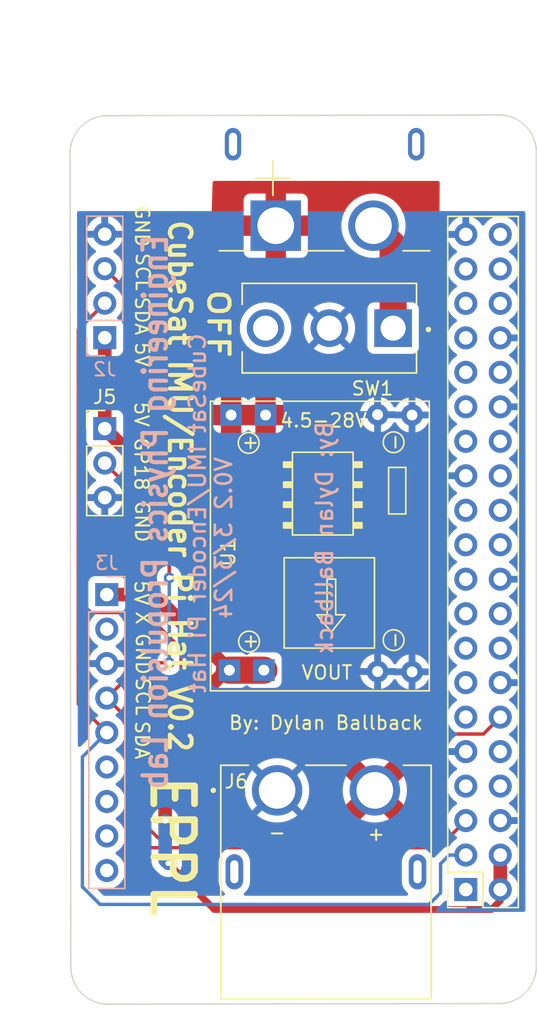
<source format=kicad_pcb>
(kicad_pcb (version 20211014) (generator pcbnew)
  (layers (0 "F.Cu" signal) (31 "B.Cu" signal) (34 "B.Paste" user) (35 "F.Paste" user) (36 "B.SilkS" user "B.Silkscreen") (37 "F.SilkS" user "F.Silkscreen") (38 "B.Mask" user) (39 "F.Mask" user) (44 "Edge.Cuts" user))
  (net 0 "")
  (net 2 "/SDA")
  (net 3 "/SCL")
  (net 4 "GND")
  (net 9 "/led")
  (net 32 "+BATT")
  (net 33 "+5V")
  (net 39 "Net-(J4-Pad2)")
  (footprint "dylan:SRT_MPT1584EN_Module" (layer "F.Cu") (at 104.3215 94.258 -90)
    (fp_text reference "U1" (at 0 7.3152 90) (layer "F.SilkS"))
    (fp_text value "MP1584EN")
    (fp_text user "VOUT" (at 8.8138 0.0508) (layer "F.SilkS"))
    (fp_text user "-" (at -8.1534 -4.9276 90) (layer "F.SilkS"))
    (fp_text user "-" (at 6.4262 -4.9276 90) (layer "F.SilkS"))
    (fp_text user "4.5-28V" (at -9.7536 0.3048) (layer "F.SilkS"))
    (fp_text user "+" (at -8.1026 5.7531 90) (layer "F.SilkS"))
    (fp_text user "+" (at 6.5278 5.7277 90) (layer "F.SilkS"))
    (fp_line (start 5.8293 -0.2794) (end 4.5593 0.8001) (layer "F.SilkS") (width 0.12))
    (fp_line (start 0.3556 -3.4544) (end 0.3556 3.2004) (layer "F.SilkS") (width 0.12))
    (fp_line (start -6.2992 -5.7658) (end -2.8702 -5.7658) (layer "F.SilkS") (width 0.12))
    (fp_line (start 10.16 -7.493) (end -11.176 -7.493) (layer "F.SilkS") (width 0.12))
    (fp_line (start -7.4168 2.5908) (end -7.4168 -1.8796) (layer "F.SilkS") (width 0.12))
    (fp_line (start 0.3556 -3.4544) (end 7.0104 -3.4544) (layer "F.SilkS") (width 0.12))
    (fp_line (start 1.9304 -0.5969) (end 4.5593 -0.5969) (layer "F.SilkS") (width 0.12))
    (fp_line (start 4.5593 -1.2954) (end 5.8293 -0.2794) (layer "F.SilkS") (width 0.12))
    (fp_line (start 1.9304 0.0381) (end 1.9304 -0.5969) (layer "F.SilkS") (width 0.12))
    (fp_line (start -11.176 8.636) (end 10.16 8.636) (layer "F.SilkS") (width 0.12))
    (fp_line (start 4.5593 -0.5969) (end 4.5593 -1.2954) (layer "F.SilkS") (width 0.12))
    (fp_line (start 1.9304 0.0381) (end 4.5593 0.0381) (layer "F.SilkS") (width 0.12))
    (fp_line (start 7.0104 -3.4544) (end 7.0104 3.2004) (layer "F.SilkS") (width 0.12))
    (fp_line (start -11.176 -7.493) (end -11.176 8.636) (layer "F.SilkS") (width 0.12))
    (fp_line (start 7.0104 3.2004) (end 0.3556 3.2004) (layer "F.SilkS") (width 0.12))
    (fp_line (start -6.2992 -4.4958) (end -6.2992 -5.7658) (layer "F.SilkS") (width 0.12))
    (fp_line (start 4.5593 0.8001) (end 4.5593 0.0381) (layer "F.SilkS") (width 0.12))
    (fp_line (start -2.8702 -4.4958) (end -6.2992 -4.4958) (layer "F.SilkS") (width 0.12))
    (fp_line (start -1.3208 2.5908) (end -1.3208 -1.8796) (layer "F.SilkS") (width 0.12))
    (fp_line (start -1.3208 2.5908) (end -7.4168 2.5908) (layer "F.SilkS") (width 0.12))
    (fp_line (start -2.8702 -5.7658) (end -2.8702 -4.4958) (layer "F.SilkS") (width 0.12))
    (fp_line (start 10.16 8.636) (end 10.16 -7.493) (layer "F.SilkS") (width 0.12))
    (fp_line (start -7.4168 -1.8796) (end -1.3208 -1.8796) (layer "F.SilkS") (width 0.12))
    (fp_circle (center -8.1534 -4.8641) (end -7.5819 -4.3561) (layer "F.SilkS") (width 0.12) (fill none))
    (fp_circle (center 6.5278 5.7912) (end 7.0993 6.2992) (layer "F.SilkS") (width 0.12) (fill none))
    (fp_circle (center -8.1026 5.8166) (end -7.5311 6.3246) (layer "F.SilkS") (width 0.12) (fill none))
    (fp_circle (center 6.4262 -4.8641) (end 6.9977 -4.3561) (layer "F.SilkS") (width 0.12) (fill none))
    (fp_poly (pts (xy -6.7056 2.6416) (xy -6.2992 2.6416) (xy -6.2992 3.2512) (xy -6.7056 3.2512)) (layer "F.SilkS") (width 0.1) (fill solid))
    (fp_poly (pts (xy -2.2352 2.6416) (xy -1.8288 2.6416) (xy -1.8288 3.2512) (xy -2.2352 3.2512)) (layer "F.SilkS") (width 0.1) (fill solid))
    (fp_poly (pts (xy -5.2324 2.6416) (xy -4.826 2.6416) (xy -4.826 3.2512) (xy -5.2324 3.2512)) (layer "F.SilkS") (width 0.1) (fill solid))
    (fp_poly (pts (xy -3.7592 2.6416) (xy -3.3528 2.6416) (xy -3.3528 3.2512) (xy -3.7592 3.2512)) (layer "F.SilkS") (width 0.1) (fill solid))
    (fp_poly (pts (xy -3.7592 -2.54) (xy -3.3528 -2.54) (xy -3.3528 -1.9304) (xy -3.7592 -1.9304)) (layer "F.SilkS") (width 0.1) (fill solid))
    (fp_poly (pts (xy -6.7056 -2.54) (xy -6.2992 -2.54) (xy -6.2992 -1.9304) (xy -6.7056 -1.9304)) (layer "F.SilkS") (width 0.1) (fill solid))
    (fp_poly (pts (xy -2.2352 -2.54) (xy -1.8288 -2.54) (xy -1.8288 -1.9304) (xy -2.2352 -1.9304)) (layer "F.SilkS") (width 0.1) (fill solid))
    (fp_poly (pts (xy -5.2324 -2.54) (xy -4.826 -2.54) (xy -4.826 -1.9304) (xy -5.2324 -1.9304)) (layer "F.SilkS") (width 0.1) (fill solid))
    (pad "1" thru_hole rect (at -10.16 7.112) (size 1.6 1.6) (drill 0.8) (layers *.Cu *.Mask) (net 32 "+BATT"))
    (pad "1" thru_hole rect (at -10.16 4.572) (size 1.6 1.6) (drill 0.8) (layers *.Cu *.Mask) (net 32 "+BATT"))
    (pad "2" thru_hole oval (at -10.1854 -3.683) (size 1.6 1.6) (drill 0.8) (layers *.Cu *.Mask) (net 4 "GND"))
    (pad "2" thru_hole oval (at -10.16 -6.223) (size 1.6 1.6) (drill 0.8) (layers *.Cu *.Mask) (net 4 "GND"))
    (pad "3" thru_hole rect (at 8.636 7.239) (size 1.6 1.6) (drill 0.8) (layers *.Cu *.Mask) (net 33 "+5V"))
    (pad "3" thru_hole rect (at 8.636 4.699) (size 1.6 1.6) (drill 0.8) (layers *.Cu *.Mask) (net 33 "+5V"))
    (pad "4" thru_hole oval (at 8.763 -6.223) (size 1.6 1.6) (drill 0.8) (layers *.Cu *.Mask) (net 4 "GND"))
    (pad "4" thru_hole oval (at 8.7376 -3.683) (size 1.6 1.6) (drill 0.8) (layers *.Cu *.Mask) (net 4 "GND"))
  )
  (footprint "dylan:AMASS_XT60PW-M" (layer "F.Cu") (at 104.1 64.15)
    (fp_text reference "J4" hide)
    (fp_text value "XT60PW-M" hide)
    (fp_line (start -7.75 7.85) (end -5.778 7.85) (layer "F.SilkS") (width 0.127))
    (fp_line (start -1.422 7.85) (end 1.422 7.85) (layer "F.SilkS") (width 0.127))
    (fp_line (start -2.54 2.5) (end -3.81 2.5) (layer "F.SilkS") (width 0.127))
    (fp_line (start 7.75 7.85) (end 5.778 7.85) (layer "F.SilkS") (width 0.127))
    (fp_line (start -5.08 2.5) (end -3.81 2.5) (layer "F.SilkS") (width 0.127))
    (fp_line (start -3.81 2.5) (end -3.81 1.23) (layer "F.SilkS") (width 0.127))
    (fp_line (start -3.81 2.5) (end -3.81 3.77) (layer "F.SilkS") (width 0.127))
    (pad "1" thru_hole rect (at -3.6 6) (size 3.716 3.716) (drill 2.7) (layers *.Cu *.Mask) (net 32 "+BATT"))
    (pad "2" thru_hole circle (at 3.6 6) (size 3.716 3.716) (drill 2.7) (layers *.Cu *.Mask) (net 39 "Net-(J4-Pad2)"))
    (pad "S1" thru_hole oval (at -6.75 0) (size 1.2 2.4) (drill oval 0.6 1.7) (layers *.Cu *.Mask))
    (pad "S2" thru_hole oval (at 6.75 0) (size 1.2 2.4) (drill oval 0.6 1.7) (layers *.Cu *.Mask))
  )
  (footprint "dylan:AMASS_XT60PW-F" (layer "F.Cu") (at 104.2 111.75)
    (fp_text reference "J6" (at -6.6 -0.65) (layer "F.SilkS"))
    (fp_text value "XT60PW-F")
    (fp_text user "+" (at 3.7 3.2 unlocked) (layer "F.SilkS"))
    (fp_text user "-" (at -3.6 3.1 unlocked) (layer "F.SilkS"))
    (fp_line (start 7.75 15.35) (end -7.75 15.35) (layer "F.SilkS") (width 0.127))
    (fp_line (start -7.75 15.35) (end -7.75 -1.85) (layer "F.SilkS") (width 0.127))
    (fp_line (start 5.71 -1.85) (end 7.75 -1.85) (layer "F.SilkS") (width 0.127))
    (fp_line (start 7.75 -1.85) (end 7.75 15.35) (layer "F.SilkS") (width 0.127))
    (fp_line (start -1.49 -1.85) (end 1.49 -1.85) (layer "F.SilkS") (width 0.127))
    (fp_line (start -7.75 -1.85) (end -5.71 -1.85) (layer "F.SilkS") (width 0.127))
    (fp_circle (center -8.3 0) (end -8.2 0) (layer "F.SilkS") (width 0.2) (fill none))
    (pad "1" thru_hole circle (at -3.6 0) (size 3.716 3.716) (drill 2.7) (layers *.Cu *.Mask) (net 4 "GND"))
    (pad "2" thru_hole circle (at 3.6 0) (size 3.716 3.716) (drill 2.7) (layers *.Cu *.Mask) (net 32 "+BATT"))
    (pad "S1" thru_hole oval (at -6.75 6) (size 1.3 2.6) (drill oval 0.6 1.7) (layers *.Cu *.Mask))
    (pad "S2" thru_hole oval (at 6.75 6) (size 1.3 2.6) (drill oval 0.6 1.7) (layers *.Cu *.Mask))
  )
  (footprint "dylan:SW_500SSP1S2M2QEA" (layer "F.Cu") (at 104.45 77.7 180)
    (fp_text reference "SW1" (at -3.175 -4.445) (layer "F.SilkS"))
    (fp_text value "SW_DPDT_x2")
    (fp_line (start -6.425 3.3) (end -6.425 1.75) (layer "F.SilkS") (width 0.127))
    (fp_line (start -6.425 -3.3) (end 6.425 -3.3) (layer "F.SilkS") (width 0.127))
    (fp_line (start 6.425 1.75) (end 6.425 3.3) (layer "F.SilkS") (width 0.127))
    (fp_line (start 6.425 3.3) (end -6.425 3.3) (layer "F.SilkS") (width 0.127))
    (fp_line (start -6.425 -1.75) (end -6.425 -3.3) (layer "F.SilkS") (width 0.127))
    (fp_line (start 6.425 -3.3) (end 6.425 -1.75) (layer "F.SilkS") (width 0.127))
    (fp_circle (center -7.3 -0.1) (end -7.2 -0.1) (layer "F.SilkS") (width 0.2) (fill none))
    (pad "1" thru_hole rect (at -4.7 0 180) (size 2.775 2.775) (drill 1.85) (layers *.Cu *.Mask) (net 39 "Net-(J4-Pad2)"))
    (pad "2" thru_hole circle (at 0 0 180) (size 2.775 2.775) (drill 1.85) (layers *.Cu *.Mask) (net 4 "GND"))
    (pad "3" thru_hole circle (at 4.7 0 180) (size 2.775 2.775) (drill 1.85) (layers *.Cu *.Mask))
  )
  (footprint "Connector_PinHeader_2.54mm:PinHeader_1x03_P2.54mm_Vertical" (layer "F.Cu") (at 87.9 85.1)
    (fp_text reference "J5" (at 0 -2.33) (layer "F.SilkS"))
    (fp_text value "Conn_01x03_Female")
    (fp_line (start -1.33 1.27) (end 1.33 1.27) (layer "F.SilkS") (width 0.12))
    (fp_line (start -1.33 -1.33) (end 0 -1.33) (layer "F.SilkS") (width 0.12))
    (fp_line (start -1.33 6.41) (end 1.33 6.41) (layer "F.SilkS") (width 0.12))
    (fp_line (start -1.33 1.27) (end -1.33 6.41) (layer "F.SilkS") (width 0.12))
    (fp_line (start 1.33 1.27) (end 1.33 6.41) (layer "F.SilkS") (width 0.12))
    (fp_line (start -1.33 0) (end -1.33 -1.33) (layer "F.SilkS") (width 0.12))
    (pad "1" thru_hole rect (at 0 0) (size 1.7 1.7) (drill 1) (layers *.Cu *.Mask) (net 33 "+5V"))
    (pad "2" thru_hole oval (at 0 2.54) (size 1.7 1.7) (drill 1) (layers *.Cu *.Mask) (net 9 "/led"))
    (pad "3" thru_hole oval (at 0 5.08) (size 1.7 1.7) (drill 1) (layers *.Cu *.Mask) (net 4 "GND"))
  )
  (footprint "Module:Raspberry_Pi_Zero_Socketed_THT_FaceDown_MountingHoles" (layer "F.Cu") (at 114.505 119.055 180)
    (fp_text reference "J1" hide)
    (fp_text value "Raspberry_Pi_2_3")
    (fp_line (start -1.27 1.27) (end 1.33 1.27) (layer "F.SilkS") (width 0.12))
    (fp_line (start -1.27 -1.33) (end -1.27 1.27) (layer "F.SilkS") (width 0.12))
    (fp_line (start 1.33 1.27) (end 1.33 49.59) (layer "F.SilkS") (width 0.12))
    (fp_line (start -3.87 -1.33) (end -3.87 49.59) (layer "F.SilkS") (width 0.12))
    (fp_line (start 0 -1.33) (end 1.33 -1.33) (layer "F.SilkS") (width 0.12))
    (fp_line (start -3.87 -1.33) (end -1.27 -1.33) (layer "F.SilkS") (width 0.12))
    (fp_line (start -3.87 49.59) (end 1.33 49.59) (layer "F.SilkS") (width 0.12))
    (fp_line (start 1.33 -1.33) (end 1.33 0) (layer "F.SilkS") (width 0.12))
    (pad "" np_thru_hole circle locked (at 21.73 53.13 270) (size 2.75 2.75) (drill 2.75) (layers *.Cu *.Mask))
    (pad "" np_thru_hole circle locked (at -1.27 53.13 270) (size 2.75 2.75) (drill 2.75) (layers *.Cu *.Mask))
    (pad "" np_thru_hole circle locked (at 21.73 -4.87 270) (size 2.75 2.75) (drill 2.75) (layers *.Cu *.Mask))
    (pad "" np_thru_hole circle locked (at -1.27 -4.87 270) (size 2.75 2.75) (drill 2.75) (layers *.Cu *.Mask))
    (pad "1" thru_hole rect locked (at 0 0 180) (size 1.7 1.7) (drill 1) (layers *.Cu *.Mask))
    (pad "2" thru_hole oval locked (at -2.54 0 180) (size 1.7 1.7) (drill 1) (layers *.Cu *.Mask) (net 33 "+5V"))
    (pad "3" thru_hole oval locked (at 0 2.54 180) (size 1.7 1.7) (drill 1) (layers *.Cu *.Mask) (net 2 "/SDA"))
    (pad "4" thru_hole oval locked (at -2.54 2.54 180) (size 1.7 1.7) (drill 1) (layers *.Cu *.Mask) (net 33 "+5V"))
    (pad "5" thru_hole oval locked (at 0 5.08 180) (size 1.7 1.7) (drill 1) (layers *.Cu *.Mask) (net 3 "/SCL"))
    (pad "6" thru_hole oval locked (at -2.54 5.08 180) (size 1.7 1.7) (drill 1) (layers *.Cu *.Mask) (net 4 "GND"))
    (pad "7" thru_hole oval locked (at 0 7.62 180) (size 1.7 1.7) (drill 1) (layers *.Cu *.Mask))
    (pad "8" thru_hole oval locked (at -2.54 7.62 180) (size 1.7 1.7) (drill 1) (layers *.Cu *.Mask))
    (pad "9" thru_hole oval locked (at 0 10.16 180) (size 1.7 1.7) (drill 1) (layers *.Cu *.Mask) (net 4 "GND"))
    (pad "10" thru_hole oval locked (at -2.54 10.16 180) (size 1.7 1.7) (drill 1) (layers *.Cu *.Mask))
    (pad "11" thru_hole oval locked (at 0 12.7 180) (size 1.7 1.7) (drill 1) (layers *.Cu *.Mask))
    (pad "12" thru_hole oval locked (at -2.54 12.7 180) (size 1.7 1.7) (drill 1) (layers *.Cu *.Mask) (net 9 "/led"))
    (pad "13" thru_hole oval locked (at 0 15.24 180) (size 1.7 1.7) (drill 1) (layers *.Cu *.Mask))
    (pad "14" thru_hole oval locked (at -2.54 15.24 180) (size 1.7 1.7) (drill 1) (layers *.Cu *.Mask) (net 4 "GND"))
    (pad "15" thru_hole oval locked (at 0 17.78 180) (size 1.7 1.7) (drill 1) (layers *.Cu *.Mask))
    (pad "16" thru_hole oval locked (at -2.54 17.78 180) (size 1.7 1.7) (drill 1) (layers *.Cu *.Mask))
    (pad "17" thru_hole oval locked (at 0 20.32 180) (size 1.7 1.7) (drill 1) (layers *.Cu *.Mask))
    (pad "18" thru_hole oval locked (at -2.54 20.32 180) (size 1.7 1.7) (drill 1) (layers *.Cu *.Mask))
    (pad "19" thru_hole oval locked (at 0 22.86 180) (size 1.7 1.7) (drill 1) (layers *.Cu *.Mask))
    (pad "20" thru_hole oval locked (at -2.54 22.86 180) (size 1.7 1.7) (drill 1) (layers *.Cu *.Mask) (net 4 "GND"))
    (pad "21" thru_hole oval locked (at 0 25.4 180) (size 1.7 1.7) (drill 1) (layers *.Cu *.Mask))
    (pad "22" thru_hole oval locked (at -2.54 25.4 180) (size 1.7 1.7) (drill 1) (layers *.Cu *.Mask))
    (pad "23" thru_hole oval locked (at 0 27.94 180) (size 1.7 1.7) (drill 1) (layers *.Cu *.Mask))
    (pad "24" thru_hole oval locked (at -2.54 27.94 180) (size 1.7 1.7) (drill 1) (layers *.Cu *.Mask))
    (pad "25" thru_hole oval locked (at 0 30.48 180) (size 1.7 1.7) (drill 1) (layers *.Cu *.Mask) (net 4 "GND"))
    (pad "26" thru_hole oval locked (at -2.54 30.48 180) (size 1.7 1.7) (drill 1) (layers *.Cu *.Mask))
    (pad "27" thru_hole oval locked (at 0 33.02 180) (size 1.7 1.7) (drill 1) (layers *.Cu *.Mask))
    (pad "28" thru_hole oval locked (at -2.54 33.02 180) (size 1.7 1.7) (drill 1) (layers *.Cu *.Mask))
    (pad "29" thru_hole oval locked (at 0 35.56 180) (size 1.7 1.7) (drill 1) (layers *.Cu *.Mask))
    (pad "30" thru_hole oval locked (at -2.54 35.56 180) (size 1.7 1.7) (drill 1) (layers *.Cu *.Mask) (net 4 "GND"))
    (pad "31" thru_hole oval locked (at 0 38.1 180) (size 1.7 1.7) (drill 1) (layers *.Cu *.Mask))
    (pad "32" thru_hole oval locked (at -2.54 38.1 180) (size 1.7 1.7) (drill 1) (layers *.Cu *.Mask))
    (pad "33" thru_hole oval locked (at 0 40.64 180) (size 1.7 1.7) (drill 1) (layers *.Cu *.Mask))
    (pad "34" thru_hole oval locked (at -2.54 40.64 180) (size 1.7 1.7) (drill 1) (layers *.Cu *.Mask) (net 4 "GND"))
    (pad "35" thru_hole oval locked (at 0 43.18 180) (size 1.7 1.7) (drill 1) (layers *.Cu *.Mask))
    (pad "36" thru_hole oval locked (at -2.54 43.18 180) (size 1.7 1.7) (drill 1) (layers *.Cu *.Mask))
    (pad "37" thru_hole oval locked (at 0 45.72 180) (size 1.7 1.7) (drill 1) (layers *.Cu *.Mask))
    (pad "38" thru_hole oval locked (at -2.54 45.72 180) (size 1.7 1.7) (drill 1) (layers *.Cu *.Mask))
    (pad "39" thru_hole oval locked (at 0 48.26 180) (size 1.7 1.7) (drill 1) (layers *.Cu *.Mask) (net 4 "GND"))
    (pad "40" thru_hole oval locked (at -2.54 48.26 180) (size 1.7 1.7) (drill 1) (layers *.Cu *.Mask))
  )
  (footprint "Connector_PinHeader_2.54mm:PinHeader_1x04_P2.54mm_Vertical" (layer "B.Cu") (at 87.9 78.4)
    (fp_text reference "J2" (at 0 2.33) (layer "B.SilkS") (effects (justify mirror)))
    (fp_text value "Encoder Connector")
    (fp_line (start -1.33 -1.27) (end -1.33 -8.95) (layer "B.SilkS") (width 0.12))
    (fp_line (start -1.33 -1.27) (end 1.33 -1.27) (layer "B.SilkS") (width 0.12))
    (fp_line (start -1.33 1.33) (end 0 1.33) (layer "B.SilkS") (width 0.12))
    (fp_line (start -1.33 0) (end -1.33 1.33) (layer "B.SilkS") (width 0.12))
    (fp_line (start 1.33 -1.27) (end 1.33 -8.95) (layer "B.SilkS") (width 0.12))
    (fp_line (start -1.33 -8.95) (end 1.33 -8.95) (layer "B.SilkS") (width 0.12))
    (pad "1" thru_hole rect (at 0 0) (size 1.7 1.7) (drill 1) (layers *.Cu *.Mask) (net 33 "+5V"))
    (pad "2" thru_hole oval (at 0 -2.54) (size 1.7 1.7) (drill 1) (layers *.Cu *.Mask) (net 2 "/SDA"))
    (pad "3" thru_hole oval (at 0 -5.08) (size 1.7 1.7) (drill 1) (layers *.Cu *.Mask) (net 3 "/SCL"))
    (pad "4" thru_hole oval (at 0 -7.62) (size 1.7 1.7) (drill 1) (layers *.Cu *.Mask) (net 4 "GND"))
  )
  (footprint "Connector_PinHeader_2.54mm:PinHeader_1x09_P2.54mm_Vertical" (layer "B.Cu") (at 88.05 97.33 180)
    (fp_text reference "J3" (at 0 2.33) (layer "B.SilkS") (effects (justify mirror)))
    (fp_text value "LSM9DS1")
    (fp_line (start -1.33 -21.65) (end 1.33 -21.65) (layer "B.SilkS") (width 0.12))
    (fp_line (start -1.33 -1.27) (end 1.33 -1.27) (layer "B.SilkS") (width 0.12))
    (fp_line (start 1.33 -1.27) (end 1.33 -21.65) (layer "B.SilkS") (width 0.12))
    (fp_line (start -1.33 0) (end -1.33 1.33) (layer "B.SilkS") (width 0.12))
    (fp_line (start -1.33 -1.27) (end -1.33 -21.65) (layer "B.SilkS") (width 0.12))
    (fp_line (start -1.33 1.33) (end 0 1.33) (layer "B.SilkS") (width 0.12))
    (pad "1" thru_hole rect (at 0 0 180) (size 1.7 1.7) (drill 1) (layers *.Cu *.Mask) (net 33 "+5V"))
    (pad "2" thru_hole oval (at 0 -2.54 180) (size 1.7 1.7) (drill 1) (layers *.Cu *.Mask))
    (pad "3" thru_hole oval (at 0 -5.08 180) (size 1.7 1.7) (drill 1) (layers *.Cu *.Mask) (net 4 "GND"))
    (pad "4" thru_hole oval (at 0 -7.62 180) (size 1.7 1.7) (drill 1) (layers *.Cu *.Mask) (net 3 "/SCL"))
    (pad "5" thru_hole oval (at 0 -10.16 180) (size 1.7 1.7) (drill 1) (layers *.Cu *.Mask) (net 2 "/SDA"))
    (pad "6" thru_hole oval (at 0 -12.7 180) (size 1.7 1.7) (drill 1) (layers *.Cu *.Mask))
    (pad "7" thru_hole oval (at 0 -15.24 180) (size 1.7 1.7) (drill 1) (layers *.Cu *.Mask))
    (pad "8" thru_hole oval (at 0 -17.78 180) (size 1.7 1.7) (drill 1) (layers *.Cu *.Mask))
    (pad "9" thru_hole oval (at 0 -20.32 180) (size 1.7 1.7) (drill 1) (layers *.Cu *.Mask))
  )
  (gr_line (start 119.705456 64.744544) (end 119.705456 124.705456) (layer "Edge.Cuts") (width 0.1))
  (gr_arc (start 116.955456 61.994544) (mid 118.9 62.8) (end 119.705456 64.744544) (layer "Edge.Cuts") (width 0.1))
  (gr_line (start 88.144544 127.5) (end 116.955456 127.455456) (layer "Edge.Cuts") (width 0.1))
  (gr_arc (start 85.344544 64.794544) (mid 86.15 62.85) (end 88.094544 62.044544) (layer "Edge.Cuts") (width 0.1))
  (gr_line (start 88.094544 62.044544) (end 116.955456 61.994544) (layer "Edge.Cuts") (width 0.1))
  (gr_line (start 85.394544 124.75) (end 85.344544 64.794544) (layer "Edge.Cuts") (width 0.1))
  (gr_arc (start 119.705456 124.705456) (mid 118.9 126.65) (end 116.955456 127.455456) (layer "Edge.Cuts") (width 0.1))
  (gr_arc (start 88.144544 127.5) (mid 86.2 126.694544) (end 85.394544 124.75) (layer "Edge.Cuts") (width 0.1))
  (gr_text "CubeSat IMU/Encoder Pi Hat\n    V0.2 3/3/24" (at 95.7 91.325 90) (layer "B.SilkS") (effects (font (size 1.2 1.2) (thickness 0.2)) (justify mirror)))
  (gr_text "By: Dylan Ballback" (at 104.1 93.15 90) (layer "B.SilkS") (effects (font (size 1.2 1.2) (thickness 0.2)) (justify mirror)))
  (gr_text "Engineering Physics Propulsion Lab" (at 91.625 91.25 90) (layer "B.SilkS") (effects (font (size 1.75 1.5) (thickness 0.3)) (justify mirror)))
  (gr_text "SDA" (at 90.65 76.8 270) (layer "F.SilkS") (effects (font (size 1 1))))
  (gr_text "OFF" (at 96.275 77.375 270) (layer "F.SilkS") (effects (font (size 1.5 1.8) (thickness 0.3))))
  (gr_text "5V" (at 90.65 79.65 270) (layer "F.SilkS") (effects (font (size 1 1))))
  (gr_text "By: Dylan Ballback" (at 104.2 106.775) (layer "F.SilkS") (effects (font (size 1 1))))
  (gr_text "GND" (at 90.7 101.7 270) (layer "F.SilkS") (effects (font (size 1 1))))
  (gr_text "X" (at 90.7 99.05 270) (layer "F.SilkS") (effects (font (size 1 1))))
  (gr_text "GND" (at 90.65 91.95 270) (layer "F.SilkS") (effects (font (size 1 1))))
  (gr_text "GND" (at 90.65 70.2 270) (layer "F.SilkS") (effects (font (size 1 1))))
  (gr_text "CubeSat IMU/Encoder Pi Hat V0.2" (at 93.425 89.325 270) (layer "F.SilkS") (effects (font (size 1.6 1.5) (thickness 0.3))))
  (gr_text "GP18" (at 90.6 87.7 270) (layer "F.SilkS") (effects (font (size 1 1))))
  (gr_text "SCL" (at 90.7 104.85 270) (layer "F.SilkS") (effects (font (size 1 1))))
  (gr_text "SDA" (at 90.65 108.05 270) (layer "F.SilkS") (effects (font (size 1 1))))
  (gr_text "5V" (at 90.6 84.05 270) (layer "F.SilkS") (effects (font (size 1 1))))
  (gr_text "5V" (at 90.6 97.2 270) (layer "F.SilkS") (effects (font (size 1 1))))
  (gr_text "SCL" (at 90.7 73.55 270) (layer "F.SilkS") (effects (font (size 1 1))))
  (gr_text "EPPL" (at 92.875 115.875 270) (layer "F.SilkS") (effects (font (size 3 2.75) (thickness 0.5))))
  (segment (start 85.95 77.81) (end 87.9 75.86) (width 0.25) (layer "F.Cu") (net 2))
  (segment (start 88.05 107.49) (end 85.95 105.39) (width 0.25) (layer "F.Cu") (net 2))
  (segment (start 85.95 105.39) (end 85.95 77.81) (width 0.25) (layer "F.Cu") (net 2))
  (segment (start 111.8 120.15) (end 87.55 120.15) (width 0.25) (layer "B.Cu") (net 2))
  (segment (start 112.65 117.15) (end 112.65 119.3) (width 0.25) (layer "B.Cu") (net 2))
  (segment (start 113.285 116.515) (end 112.65 117.15) (width 0.25) (layer "B.Cu") (net 2))
  (segment (start 86.25 118.85) (end 86.25 109.29) (width 0.25) (layer "B.Cu") (net 2))
  (segment (start 114.505 116.515) (end 113.285 116.515) (width 0.25) (layer "B.Cu") (net 2))
  (segment (start 112.65 119.3) (end 111.8 120.15) (width 0.25) (layer "B.Cu") (net 2))
  (segment (start 86.25 109.29) (end 88.05 107.49) (width 0.25) (layer "B.Cu") (net 2))
  (segment (start 87.55 120.15) (end 86.25 118.85) (width 0.25) (layer "B.Cu") (net 2))
  (segment (start 89.75 106.65) (end 89.75 114.4) (width 0.25) (layer "F.Cu") (net 3))
  (segment (start 92.65 102.35) (end 90.65 102.35) (width 0.25) (layer "F.Cu") (net 3))
  (segment (start 92.65 96.1) (end 92.65 78.07) (width 0.25) (layer "F.Cu") (net 3))
  (segment (start 90.65 102.35) (end 88.05 104.95) (width 0.25) (layer "F.Cu") (net 3))
  (segment (start 92.65 78.07) (end 87.9 73.32) (width 0.25) (layer "F.Cu") (net 3))
  (segment (start 91.325 115.975) (end 112.505 115.975) (width 0.25) (layer "F.Cu") (net 3))
  (segment (start 89.75 114.4) (end 91.325 115.975) (width 0.25) (layer "F.Cu") (net 3))
  (segment (start 88.05 104.95) (end 89.75 106.65) (width 0.25) (layer "F.Cu") (net 3))
  (segment (start 112.505 115.975) (end 114.505 113.975) (width 0.25) (layer "F.Cu") (net 3))
  (via (at 92.65 102.35) (size 0.8) (drill 0.4) (layers "F.Cu" "B.Cu") (net 3))
  (via (at 92.65 96.1) (size 0.8) (drill 0.4) (layers "F.Cu" "B.Cu") (net 3))
  (segment (start 92.65 102.35) (end 92.65 96.1) (width 0.25) (layer "B.Cu") (net 3))
  (segment (start 90.1 89.84) (end 87.9 87.64) (width 0.25) (layer "F.Cu") (net 9))
  (segment (start 117.045 106.355) (end 115.8 107.6) (width 0.25) (layer "F.Cu") (net 9))
  (segment (start 91.825 115.25) (end 90.7 114.125) (width 0.25) (layer "F.Cu") (net 9))
  (segment (start 90.7 114.125) (end 90.7 106.5) (width 0.25) (layer "F.Cu") (net 9))
  (segment (start 112.3 115.25) (end 91.825 115.25) (width 0.25) (layer "F.Cu") (net 9))
  (segment (start 90.85 98.65) (end 86.875 98.65) (width 0.25) (layer "F.Cu") (net 9))
  (segment (start 113.45 107.6) (end 112.95 108.1) (width 0.25) (layer "F.Cu") (net 9))
  (segment (start 86.875 98.65) (end 86.39952 98.17452) (width 0.25) (layer "F.Cu") (net 9))
  (segment (start 112.95 108.1) (end 112.95 114.6) (width 0.25) (layer "F.Cu") (net 9))
  (segment (start 115.8 107.6) (end 113.45 107.6) (width 0.25) (layer "F.Cu") (net 9))
  (segment (start 93.525 103.675) (end 93.525 101.325) (width 0.25) (layer "F.Cu") (net 9))
  (segment (start 86.39952 98.17452) (end 86.39952 95.80048) (width 0.25) (layer "F.Cu") (net 9))
  (segment (start 90.7 106.5) (end 93.525 103.675) (width 0.25) (layer "F.Cu") (net 9))
  (segment (start 86.39952 95.80048) (end 90.1 92.1) (width 0.25) (layer "F.Cu") (net 9))
  (segment (start 93.525 101.325) (end 90.85 98.65) (width 0.25) (layer "F.Cu") (net 9))
  (segment (start 112.95 114.6) (end 112.3 115.25) (width 0.25) (layer "F.Cu") (net 9))
  (segment (start 90.1 92.1) (end 90.1 89.84) (width 0.25) (layer "F.Cu") (net 9))
  (segment (start 117.045 119.88) (end 116.4 120.525) (width 0.5) (layer "F.Cu") (net 33))
  (segment (start 91.2 88.4) (end 91.2 96.65) (width 1) (layer "F.Cu") (net 33))
  (segment (start 117.045 116.515) (end 117.045 119.055) (width 1) (layer "F.Cu") (net 33))
  (segment (start 97.0825 102.894) (end 96.856 102.894) (width 1) (layer "F.Cu") (net 33))
  (segment (start 90.52 97.33) (end 88.05 97.33) (width 1) (layer "F.Cu") (net 33))
  (segment (start 87.9 78.4) (end 87.9 85.1) (width 1) (layer "F.Cu") (net 33))
  (segment (start 87.9 85.1) (end 91.2 88.4) (width 1) (layer "F.Cu") (net 33))
  (segment (start 92.35 107.4) (end 92.35 114) (width 1) (layer "F.Cu") (net 33))
  (segment (start 88.05 97.33) (end 91.5185 97.33) (width 1) (layer "F.Cu") (net 33))
  (segment (start 116.4 120.525) (end 95.975 120.525) (width 0.5) (layer "F.Cu") (net 33))
  (segment (start 91.5185 97.33) (end 97.0825 102.894) (width 1) (layer "F.Cu") (net 33))
  (segment (start 95.975 120.525) (end 92.575 117.125) (width 0.5) (layer "F.Cu") (net 33))
  (segment (start 91.2 96.65) (end 90.52 97.33) (width 1) (layer "F.Cu") (net 33))
  (segment (start 96.856 102.894) (end 92.35 107.4) (width 1) (layer "F.Cu") (net 33))
  (segment (start 99.6225 102.894) (end 97.0825 102.894) (width 2) (layer "F.Cu") (net 33))
  (segment (start 117.045 119.055) (end 117.045 119.88) (width 0.5) (layer "F.Cu") (net 33))
  (via (at 92.35 114) (size 0.8) (drill 0.4) (layers "F.Cu" "B.Cu") (net 33))
  (via (at 92.575 117.125) (size 0.8) (drill 0.4) (layers "F.Cu" "B.Cu") (net 33))
  (segment (start 92.35 116.9) (end 92.575 117.125) (width 1) (layer "B.Cu") (net 33))
  (segment (start 92.35 114) (end 92.35 116.9) (width 1) (layer "B.Cu") (net 33))
  (segment (start 107.7 70.15) (end 109.15 71.6) (width 2) (layer "F.Cu") (net 39))
  (segment (start 109.15 71.6) (end 109.15 77.7) (width 2) (layer "F.Cu") (net 39))
  (zone (net 32) (net_name "+BATT") (layer "F.Cu") (connect_pads (clearance 0.508)) (min_thickness 0.254) (fill yes (thermal_gap 0.508) (thermal_bridge_width 1.5))
    (polygon (pts (xy 112.3 114.65) (xy 94.375 114.65) (xy 95.85 66.85) (xy 112.581589 66.853137)))
  )
  (zone (net 4) (net_name "GND") (layer "B.Cu") (connect_pads (clearance 0.508)) (min_thickness 0.254) (fill yes (thermal_gap 0.508) (thermal_bridge_width 0.508))
    (polygon (pts (xy 118.9 120.7) (xy 85.95 120.8) (xy 85.8 69.075) (xy 118.9 69.075)))
  )
)
</source>
